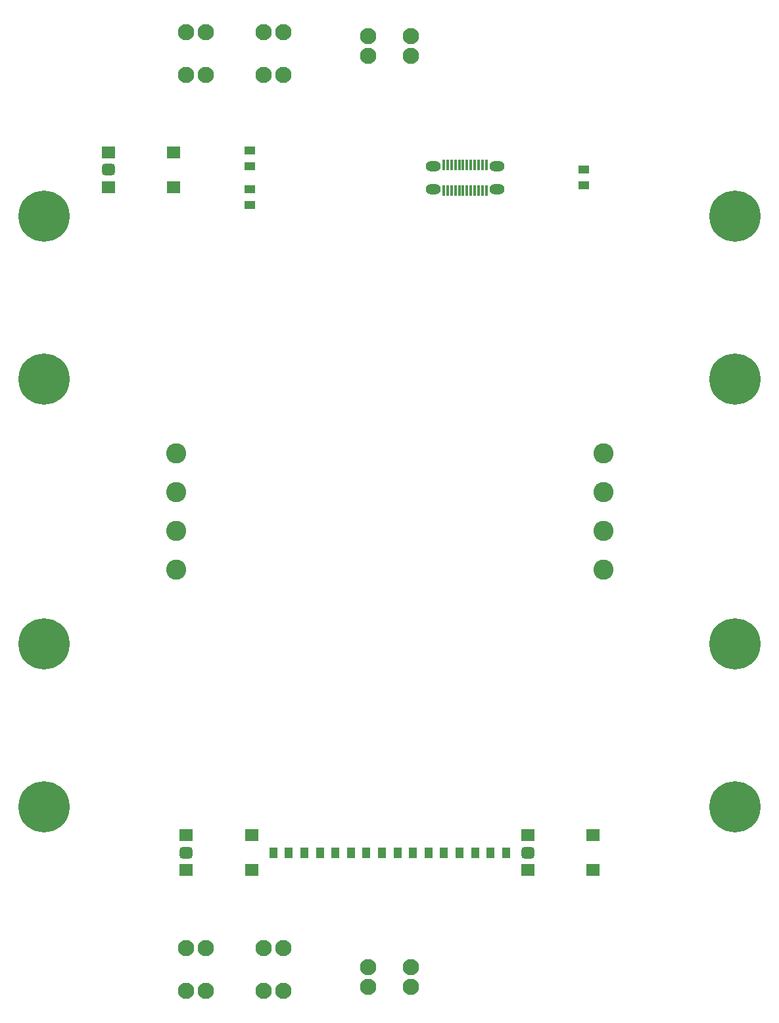
<source format=gts>
G04*
G04 #@! TF.GenerationSoftware,Altium Limited,Altium Designer,21.8.1 (53)*
G04*
G04 Layer_Color=8388736*
%FSLAX42Y42*%
%MOMM*%
G71*
G04*
G04 #@! TF.SameCoordinates,ECD59B7C-F3D5-4042-AA40-CB62378B2820*
G04*
G04*
G04 #@! TF.FilePolarity,Negative*
G04*
G01*
G75*
%ADD11R,0.37X1.40*%
%ADD12R,1.35X1.10*%
G04:AMPARAMS|DCode=13|XSize=1.7mm|YSize=1.5mm|CornerRadius=0.4mm|HoleSize=0mm|Usage=FLASHONLY|Rotation=180.000|XOffset=0mm|YOffset=0mm|HoleType=Round|Shape=RoundedRectangle|*
%AMROUNDEDRECTD13*
21,1,1.70,0.70,0,0,180.0*
21,1,0.90,1.50,0,0,180.0*
1,1,0.80,-0.45,0.35*
1,1,0.80,0.45,0.35*
1,1,0.80,0.45,-0.35*
1,1,0.80,-0.45,-0.35*
%
%ADD13ROUNDEDRECTD13*%
%ADD14R,1.80X1.60*%
%ADD15R,1.10X1.35*%
G04:AMPARAMS|DCode=16|XSize=1.9mm|YSize=1.4mm|CornerRadius=0.7mm|HoleSize=0mm|Usage=FLASHONLY|Rotation=180.000|XOffset=0mm|YOffset=0mm|HoleType=Round|Shape=RoundedRectangle|*
%AMROUNDEDRECTD16*
21,1,1.90,0.00,0,0,180.0*
21,1,0.50,1.40,0,0,180.0*
1,1,1.40,-0.25,0.00*
1,1,1.40,0.25,0.00*
1,1,1.40,0.25,0.00*
1,1,1.40,-0.25,0.00*
%
%ADD16ROUNDEDRECTD16*%
%ADD17C,0.10*%
%ADD18C,2.60*%
%ADD19C,2.10*%
%ADD20C,6.60*%
D11*
X1245Y4465D02*
D03*
X1195D02*
D03*
X1145D02*
D03*
X1095D02*
D03*
X1045D02*
D03*
X995D02*
D03*
X945D02*
D03*
X895D02*
D03*
X845D02*
D03*
X795D02*
D03*
X745D02*
D03*
X695D02*
D03*
X1245Y4135D02*
D03*
X1195D02*
D03*
X1145D02*
D03*
X1095D02*
D03*
X1045D02*
D03*
X995D02*
D03*
X945D02*
D03*
X895D02*
D03*
X845D02*
D03*
X795D02*
D03*
X745D02*
D03*
X695D02*
D03*
D12*
X2500Y4200D02*
D03*
Y4400D02*
D03*
X-1800Y4650D02*
D03*
X-1800Y3950D02*
D03*
X-1800Y4450D02*
D03*
X-1800Y4150D02*
D03*
D13*
X-2620Y-4400D02*
D03*
X1780D02*
D03*
X-3620Y4400D02*
D03*
D14*
X-2620Y-4175D02*
D03*
Y-4625D02*
D03*
X-1780Y-4175D02*
D03*
Y-4625D02*
D03*
X1780Y-4175D02*
D03*
Y-4625D02*
D03*
X2620Y-4175D02*
D03*
Y-4625D02*
D03*
X-2780Y4625D02*
D03*
X-3620D02*
D03*
X-2780Y4175D02*
D03*
X-3620D02*
D03*
D15*
X300Y-4400D02*
D03*
X700Y-4400D02*
D03*
X1100Y-4400D02*
D03*
X1500Y-4400D02*
D03*
X-1300Y-4400D02*
D03*
X-900D02*
D03*
X-500D02*
D03*
X-100D02*
D03*
X1300Y-4400D02*
D03*
X900Y-4400D02*
D03*
X500Y-4400D02*
D03*
X100Y-4400D02*
D03*
X-300D02*
D03*
X-700D02*
D03*
X-1100D02*
D03*
X-1500D02*
D03*
D16*
X560Y4447D02*
D03*
X1380D02*
D03*
Y4153D02*
D03*
X560D02*
D03*
D17*
X1520Y4170D02*
D03*
X420D02*
D03*
X465Y-6245D02*
D03*
X0Y-6160D02*
D03*
Y-5840D02*
D03*
X-1255Y-5435D02*
D03*
X-1340Y-5900D02*
D03*
X-1660D02*
D03*
X-2255Y-5435D02*
D03*
X-2340Y-5900D02*
D03*
X-2660D02*
D03*
X-465Y6245D02*
D03*
X0Y6160D02*
D03*
Y5840D02*
D03*
X-1745Y5435D02*
D03*
X-1660Y5900D02*
D03*
X-1340D02*
D03*
X-2745Y5435D02*
D03*
X-2660Y5900D02*
D03*
X-2340D02*
D03*
D18*
X-2750Y-750D02*
D03*
Y-250D02*
D03*
X-2750Y250D02*
D03*
Y750D02*
D03*
X2750D02*
D03*
Y250D02*
D03*
Y-250D02*
D03*
Y-750D02*
D03*
D19*
X275Y-5873D02*
D03*
X-275Y-6127D02*
D03*
X275D02*
D03*
X-1627Y-5625D02*
D03*
X-1373Y-6175D02*
D03*
Y-5625D02*
D03*
X-2627D02*
D03*
X-2373Y-6175D02*
D03*
Y-5625D02*
D03*
X-275Y5873D02*
D03*
X275Y6127D02*
D03*
X-275D02*
D03*
X-1373Y5625D02*
D03*
X-1627Y6175D02*
D03*
Y5625D02*
D03*
X-2373D02*
D03*
X-2627Y6175D02*
D03*
Y5625D02*
D03*
X-275Y-5873D02*
D03*
X-1627Y-6175D02*
D03*
X-2627D02*
D03*
X275Y5873D02*
D03*
X-1373Y6175D02*
D03*
X-2373D02*
D03*
D20*
X4450Y3806D02*
D03*
Y1706D02*
D03*
Y-1706D02*
D03*
Y-3806D02*
D03*
X-4450D02*
D03*
Y-1706D02*
D03*
Y1706D02*
D03*
Y3806D02*
D03*
M02*

</source>
